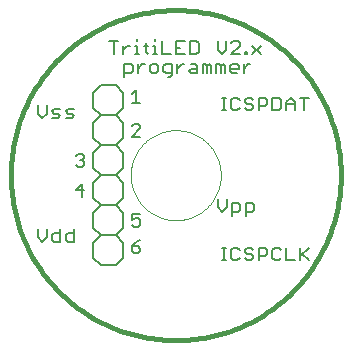
<source format=gto>
G75*
%MOIN*%
%OFA0B0*%
%FSLAX25Y25*%
%IPPOS*%
%LPD*%
%AMOC8*
5,1,8,0,0,1.08239X$1,22.5*
%
%ADD10C,0.01600*%
%ADD11C,0.00000*%
%ADD12C,0.00700*%
%ADD13C,0.00600*%
D10*
X0001800Y0056800D02*
X0001817Y0058150D01*
X0001866Y0059499D01*
X0001949Y0060846D01*
X0002065Y0062191D01*
X0002214Y0063533D01*
X0002395Y0064870D01*
X0002610Y0066203D01*
X0002857Y0067530D01*
X0003136Y0068851D01*
X0003448Y0070164D01*
X0003792Y0071469D01*
X0004168Y0072766D01*
X0004576Y0074052D01*
X0005015Y0075329D01*
X0005485Y0076594D01*
X0005987Y0077848D01*
X0006518Y0079088D01*
X0007081Y0080316D01*
X0007673Y0081529D01*
X0008294Y0082727D01*
X0008945Y0083909D01*
X0009625Y0085076D01*
X0010333Y0086225D01*
X0011069Y0087356D01*
X0011833Y0088469D01*
X0012624Y0089563D01*
X0013441Y0090638D01*
X0014284Y0091692D01*
X0015154Y0092725D01*
X0016048Y0093736D01*
X0016966Y0094725D01*
X0017909Y0095691D01*
X0018875Y0096634D01*
X0019864Y0097552D01*
X0020875Y0098446D01*
X0021908Y0099316D01*
X0022962Y0100159D01*
X0024037Y0100976D01*
X0025131Y0101767D01*
X0026244Y0102531D01*
X0027375Y0103267D01*
X0028524Y0103975D01*
X0029691Y0104655D01*
X0030873Y0105306D01*
X0032071Y0105927D01*
X0033284Y0106519D01*
X0034512Y0107082D01*
X0035752Y0107613D01*
X0037006Y0108115D01*
X0038271Y0108585D01*
X0039548Y0109024D01*
X0040834Y0109432D01*
X0042131Y0109808D01*
X0043436Y0110152D01*
X0044749Y0110464D01*
X0046070Y0110743D01*
X0047397Y0110990D01*
X0048730Y0111205D01*
X0050067Y0111386D01*
X0051409Y0111535D01*
X0052754Y0111651D01*
X0054101Y0111734D01*
X0055450Y0111783D01*
X0056800Y0111800D01*
X0058150Y0111783D01*
X0059499Y0111734D01*
X0060846Y0111651D01*
X0062191Y0111535D01*
X0063533Y0111386D01*
X0064870Y0111205D01*
X0066203Y0110990D01*
X0067530Y0110743D01*
X0068851Y0110464D01*
X0070164Y0110152D01*
X0071469Y0109808D01*
X0072766Y0109432D01*
X0074052Y0109024D01*
X0075329Y0108585D01*
X0076594Y0108115D01*
X0077848Y0107613D01*
X0079088Y0107082D01*
X0080316Y0106519D01*
X0081529Y0105927D01*
X0082727Y0105306D01*
X0083909Y0104655D01*
X0085076Y0103975D01*
X0086225Y0103267D01*
X0087356Y0102531D01*
X0088469Y0101767D01*
X0089563Y0100976D01*
X0090638Y0100159D01*
X0091692Y0099316D01*
X0092725Y0098446D01*
X0093736Y0097552D01*
X0094725Y0096634D01*
X0095691Y0095691D01*
X0096634Y0094725D01*
X0097552Y0093736D01*
X0098446Y0092725D01*
X0099316Y0091692D01*
X0100159Y0090638D01*
X0100976Y0089563D01*
X0101767Y0088469D01*
X0102531Y0087356D01*
X0103267Y0086225D01*
X0103975Y0085076D01*
X0104655Y0083909D01*
X0105306Y0082727D01*
X0105927Y0081529D01*
X0106519Y0080316D01*
X0107082Y0079088D01*
X0107613Y0077848D01*
X0108115Y0076594D01*
X0108585Y0075329D01*
X0109024Y0074052D01*
X0109432Y0072766D01*
X0109808Y0071469D01*
X0110152Y0070164D01*
X0110464Y0068851D01*
X0110743Y0067530D01*
X0110990Y0066203D01*
X0111205Y0064870D01*
X0111386Y0063533D01*
X0111535Y0062191D01*
X0111651Y0060846D01*
X0111734Y0059499D01*
X0111783Y0058150D01*
X0111800Y0056800D01*
X0111783Y0055450D01*
X0111734Y0054101D01*
X0111651Y0052754D01*
X0111535Y0051409D01*
X0111386Y0050067D01*
X0111205Y0048730D01*
X0110990Y0047397D01*
X0110743Y0046070D01*
X0110464Y0044749D01*
X0110152Y0043436D01*
X0109808Y0042131D01*
X0109432Y0040834D01*
X0109024Y0039548D01*
X0108585Y0038271D01*
X0108115Y0037006D01*
X0107613Y0035752D01*
X0107082Y0034512D01*
X0106519Y0033284D01*
X0105927Y0032071D01*
X0105306Y0030873D01*
X0104655Y0029691D01*
X0103975Y0028524D01*
X0103267Y0027375D01*
X0102531Y0026244D01*
X0101767Y0025131D01*
X0100976Y0024037D01*
X0100159Y0022962D01*
X0099316Y0021908D01*
X0098446Y0020875D01*
X0097552Y0019864D01*
X0096634Y0018875D01*
X0095691Y0017909D01*
X0094725Y0016966D01*
X0093736Y0016048D01*
X0092725Y0015154D01*
X0091692Y0014284D01*
X0090638Y0013441D01*
X0089563Y0012624D01*
X0088469Y0011833D01*
X0087356Y0011069D01*
X0086225Y0010333D01*
X0085076Y0009625D01*
X0083909Y0008945D01*
X0082727Y0008294D01*
X0081529Y0007673D01*
X0080316Y0007081D01*
X0079088Y0006518D01*
X0077848Y0005987D01*
X0076594Y0005485D01*
X0075329Y0005015D01*
X0074052Y0004576D01*
X0072766Y0004168D01*
X0071469Y0003792D01*
X0070164Y0003448D01*
X0068851Y0003136D01*
X0067530Y0002857D01*
X0066203Y0002610D01*
X0064870Y0002395D01*
X0063533Y0002214D01*
X0062191Y0002065D01*
X0060846Y0001949D01*
X0059499Y0001866D01*
X0058150Y0001817D01*
X0056800Y0001800D01*
X0055450Y0001817D01*
X0054101Y0001866D01*
X0052754Y0001949D01*
X0051409Y0002065D01*
X0050067Y0002214D01*
X0048730Y0002395D01*
X0047397Y0002610D01*
X0046070Y0002857D01*
X0044749Y0003136D01*
X0043436Y0003448D01*
X0042131Y0003792D01*
X0040834Y0004168D01*
X0039548Y0004576D01*
X0038271Y0005015D01*
X0037006Y0005485D01*
X0035752Y0005987D01*
X0034512Y0006518D01*
X0033284Y0007081D01*
X0032071Y0007673D01*
X0030873Y0008294D01*
X0029691Y0008945D01*
X0028524Y0009625D01*
X0027375Y0010333D01*
X0026244Y0011069D01*
X0025131Y0011833D01*
X0024037Y0012624D01*
X0022962Y0013441D01*
X0021908Y0014284D01*
X0020875Y0015154D01*
X0019864Y0016048D01*
X0018875Y0016966D01*
X0017909Y0017909D01*
X0016966Y0018875D01*
X0016048Y0019864D01*
X0015154Y0020875D01*
X0014284Y0021908D01*
X0013441Y0022962D01*
X0012624Y0024037D01*
X0011833Y0025131D01*
X0011069Y0026244D01*
X0010333Y0027375D01*
X0009625Y0028524D01*
X0008945Y0029691D01*
X0008294Y0030873D01*
X0007673Y0032071D01*
X0007081Y0033284D01*
X0006518Y0034512D01*
X0005987Y0035752D01*
X0005485Y0037006D01*
X0005015Y0038271D01*
X0004576Y0039548D01*
X0004168Y0040834D01*
X0003792Y0042131D01*
X0003448Y0043436D01*
X0003136Y0044749D01*
X0002857Y0046070D01*
X0002610Y0047397D01*
X0002395Y0048730D01*
X0002214Y0050067D01*
X0002065Y0051409D01*
X0001949Y0052754D01*
X0001866Y0054101D01*
X0001817Y0055450D01*
X0001800Y0056800D01*
D11*
X0041800Y0056800D02*
X0041805Y0057168D01*
X0041818Y0057536D01*
X0041841Y0057903D01*
X0041872Y0058270D01*
X0041913Y0058636D01*
X0041962Y0059001D01*
X0042021Y0059364D01*
X0042088Y0059726D01*
X0042164Y0060087D01*
X0042250Y0060445D01*
X0042343Y0060801D01*
X0042446Y0061154D01*
X0042557Y0061505D01*
X0042677Y0061853D01*
X0042805Y0062198D01*
X0042942Y0062540D01*
X0043087Y0062879D01*
X0043240Y0063213D01*
X0043402Y0063544D01*
X0043571Y0063871D01*
X0043749Y0064193D01*
X0043934Y0064512D01*
X0044127Y0064825D01*
X0044328Y0065134D01*
X0044536Y0065437D01*
X0044752Y0065735D01*
X0044975Y0066028D01*
X0045205Y0066316D01*
X0045442Y0066598D01*
X0045686Y0066873D01*
X0045936Y0067143D01*
X0046193Y0067407D01*
X0046457Y0067664D01*
X0046727Y0067914D01*
X0047002Y0068158D01*
X0047284Y0068395D01*
X0047572Y0068625D01*
X0047865Y0068848D01*
X0048163Y0069064D01*
X0048466Y0069272D01*
X0048775Y0069473D01*
X0049088Y0069666D01*
X0049407Y0069851D01*
X0049729Y0070029D01*
X0050056Y0070198D01*
X0050387Y0070360D01*
X0050721Y0070513D01*
X0051060Y0070658D01*
X0051402Y0070795D01*
X0051747Y0070923D01*
X0052095Y0071043D01*
X0052446Y0071154D01*
X0052799Y0071257D01*
X0053155Y0071350D01*
X0053513Y0071436D01*
X0053874Y0071512D01*
X0054236Y0071579D01*
X0054599Y0071638D01*
X0054964Y0071687D01*
X0055330Y0071728D01*
X0055697Y0071759D01*
X0056064Y0071782D01*
X0056432Y0071795D01*
X0056800Y0071800D01*
X0057168Y0071795D01*
X0057536Y0071782D01*
X0057903Y0071759D01*
X0058270Y0071728D01*
X0058636Y0071687D01*
X0059001Y0071638D01*
X0059364Y0071579D01*
X0059726Y0071512D01*
X0060087Y0071436D01*
X0060445Y0071350D01*
X0060801Y0071257D01*
X0061154Y0071154D01*
X0061505Y0071043D01*
X0061853Y0070923D01*
X0062198Y0070795D01*
X0062540Y0070658D01*
X0062879Y0070513D01*
X0063213Y0070360D01*
X0063544Y0070198D01*
X0063871Y0070029D01*
X0064193Y0069851D01*
X0064512Y0069666D01*
X0064825Y0069473D01*
X0065134Y0069272D01*
X0065437Y0069064D01*
X0065735Y0068848D01*
X0066028Y0068625D01*
X0066316Y0068395D01*
X0066598Y0068158D01*
X0066873Y0067914D01*
X0067143Y0067664D01*
X0067407Y0067407D01*
X0067664Y0067143D01*
X0067914Y0066873D01*
X0068158Y0066598D01*
X0068395Y0066316D01*
X0068625Y0066028D01*
X0068848Y0065735D01*
X0069064Y0065437D01*
X0069272Y0065134D01*
X0069473Y0064825D01*
X0069666Y0064512D01*
X0069851Y0064193D01*
X0070029Y0063871D01*
X0070198Y0063544D01*
X0070360Y0063213D01*
X0070513Y0062879D01*
X0070658Y0062540D01*
X0070795Y0062198D01*
X0070923Y0061853D01*
X0071043Y0061505D01*
X0071154Y0061154D01*
X0071257Y0060801D01*
X0071350Y0060445D01*
X0071436Y0060087D01*
X0071512Y0059726D01*
X0071579Y0059364D01*
X0071638Y0059001D01*
X0071687Y0058636D01*
X0071728Y0058270D01*
X0071759Y0057903D01*
X0071782Y0057536D01*
X0071795Y0057168D01*
X0071800Y0056800D01*
X0071795Y0056432D01*
X0071782Y0056064D01*
X0071759Y0055697D01*
X0071728Y0055330D01*
X0071687Y0054964D01*
X0071638Y0054599D01*
X0071579Y0054236D01*
X0071512Y0053874D01*
X0071436Y0053513D01*
X0071350Y0053155D01*
X0071257Y0052799D01*
X0071154Y0052446D01*
X0071043Y0052095D01*
X0070923Y0051747D01*
X0070795Y0051402D01*
X0070658Y0051060D01*
X0070513Y0050721D01*
X0070360Y0050387D01*
X0070198Y0050056D01*
X0070029Y0049729D01*
X0069851Y0049407D01*
X0069666Y0049088D01*
X0069473Y0048775D01*
X0069272Y0048466D01*
X0069064Y0048163D01*
X0068848Y0047865D01*
X0068625Y0047572D01*
X0068395Y0047284D01*
X0068158Y0047002D01*
X0067914Y0046727D01*
X0067664Y0046457D01*
X0067407Y0046193D01*
X0067143Y0045936D01*
X0066873Y0045686D01*
X0066598Y0045442D01*
X0066316Y0045205D01*
X0066028Y0044975D01*
X0065735Y0044752D01*
X0065437Y0044536D01*
X0065134Y0044328D01*
X0064825Y0044127D01*
X0064512Y0043934D01*
X0064193Y0043749D01*
X0063871Y0043571D01*
X0063544Y0043402D01*
X0063213Y0043240D01*
X0062879Y0043087D01*
X0062540Y0042942D01*
X0062198Y0042805D01*
X0061853Y0042677D01*
X0061505Y0042557D01*
X0061154Y0042446D01*
X0060801Y0042343D01*
X0060445Y0042250D01*
X0060087Y0042164D01*
X0059726Y0042088D01*
X0059364Y0042021D01*
X0059001Y0041962D01*
X0058636Y0041913D01*
X0058270Y0041872D01*
X0057903Y0041841D01*
X0057536Y0041818D01*
X0057168Y0041805D01*
X0056800Y0041800D01*
X0056432Y0041805D01*
X0056064Y0041818D01*
X0055697Y0041841D01*
X0055330Y0041872D01*
X0054964Y0041913D01*
X0054599Y0041962D01*
X0054236Y0042021D01*
X0053874Y0042088D01*
X0053513Y0042164D01*
X0053155Y0042250D01*
X0052799Y0042343D01*
X0052446Y0042446D01*
X0052095Y0042557D01*
X0051747Y0042677D01*
X0051402Y0042805D01*
X0051060Y0042942D01*
X0050721Y0043087D01*
X0050387Y0043240D01*
X0050056Y0043402D01*
X0049729Y0043571D01*
X0049407Y0043749D01*
X0049088Y0043934D01*
X0048775Y0044127D01*
X0048466Y0044328D01*
X0048163Y0044536D01*
X0047865Y0044752D01*
X0047572Y0044975D01*
X0047284Y0045205D01*
X0047002Y0045442D01*
X0046727Y0045686D01*
X0046457Y0045936D01*
X0046193Y0046193D01*
X0045936Y0046457D01*
X0045686Y0046727D01*
X0045442Y0047002D01*
X0045205Y0047284D01*
X0044975Y0047572D01*
X0044752Y0047865D01*
X0044536Y0048163D01*
X0044328Y0048466D01*
X0044127Y0048775D01*
X0043934Y0049088D01*
X0043749Y0049407D01*
X0043571Y0049729D01*
X0043402Y0050056D01*
X0043240Y0050387D01*
X0043087Y0050721D01*
X0042942Y0051060D01*
X0042805Y0051402D01*
X0042677Y0051747D01*
X0042557Y0052095D01*
X0042446Y0052446D01*
X0042343Y0052799D01*
X0042250Y0053155D01*
X0042164Y0053513D01*
X0042088Y0053874D01*
X0042021Y0054236D01*
X0041962Y0054599D01*
X0041913Y0054964D01*
X0041872Y0055330D01*
X0041841Y0055697D01*
X0041818Y0056064D01*
X0041805Y0056432D01*
X0041800Y0056800D01*
D12*
X0042150Y0069650D02*
X0045019Y0072519D01*
X0045019Y0073236D01*
X0044302Y0073954D01*
X0042867Y0073954D01*
X0042150Y0073236D01*
X0042150Y0069650D02*
X0045019Y0069650D01*
X0045019Y0080900D02*
X0042150Y0080900D01*
X0043585Y0080900D02*
X0043585Y0085204D01*
X0042150Y0083769D01*
X0039650Y0089465D02*
X0039650Y0093769D01*
X0041802Y0093769D01*
X0042519Y0093052D01*
X0042519Y0091617D01*
X0041802Y0090900D01*
X0039650Y0090900D01*
X0044254Y0090900D02*
X0044254Y0093769D01*
X0044254Y0092335D02*
X0045688Y0093769D01*
X0046406Y0093769D01*
X0048091Y0093052D02*
X0048091Y0091617D01*
X0048808Y0090900D01*
X0050242Y0090900D01*
X0050960Y0091617D01*
X0050960Y0093052D01*
X0050242Y0093769D01*
X0048808Y0093769D01*
X0048091Y0093052D01*
X0047594Y0097150D02*
X0046877Y0097867D01*
X0046877Y0100736D01*
X0046160Y0100019D02*
X0047594Y0100019D01*
X0049229Y0100019D02*
X0049946Y0100019D01*
X0049946Y0097150D01*
X0049229Y0097150D02*
X0050664Y0097150D01*
X0052298Y0097150D02*
X0055167Y0097150D01*
X0056902Y0097150D02*
X0059771Y0097150D01*
X0061506Y0097150D02*
X0063658Y0097150D01*
X0064375Y0097867D01*
X0064375Y0100736D01*
X0063658Y0101454D01*
X0061506Y0101454D01*
X0061506Y0097150D01*
X0061852Y0093769D02*
X0063287Y0093769D01*
X0064004Y0093052D01*
X0064004Y0090900D01*
X0061852Y0090900D01*
X0061135Y0091617D01*
X0061852Y0092335D01*
X0064004Y0092335D01*
X0065739Y0093769D02*
X0065739Y0090900D01*
X0067173Y0090900D02*
X0067173Y0093052D01*
X0067891Y0093769D01*
X0068608Y0093052D01*
X0068608Y0090900D01*
X0070343Y0090900D02*
X0070343Y0093769D01*
X0071060Y0093769D01*
X0071777Y0093052D01*
X0072495Y0093769D01*
X0073212Y0093052D01*
X0073212Y0090900D01*
X0074947Y0091617D02*
X0074947Y0093052D01*
X0075664Y0093769D01*
X0077099Y0093769D01*
X0077816Y0093052D01*
X0077816Y0092335D01*
X0074947Y0092335D01*
X0074947Y0091617D02*
X0075664Y0090900D01*
X0077099Y0090900D01*
X0079551Y0090900D02*
X0079551Y0093769D01*
X0079551Y0092335D02*
X0080985Y0093769D01*
X0081703Y0093769D01*
X0082224Y0097150D02*
X0085093Y0100019D01*
X0082224Y0100019D02*
X0085093Y0097150D01*
X0080639Y0097150D02*
X0079922Y0097150D01*
X0079922Y0097867D01*
X0080639Y0097867D01*
X0080639Y0097150D01*
X0078187Y0097150D02*
X0075318Y0097150D01*
X0078187Y0100019D01*
X0078187Y0100736D01*
X0077470Y0101454D01*
X0076035Y0101454D01*
X0075318Y0100736D01*
X0073583Y0101454D02*
X0073583Y0098585D01*
X0072149Y0097150D01*
X0070714Y0098585D01*
X0070714Y0101454D01*
X0066456Y0093769D02*
X0065739Y0093769D01*
X0066456Y0093769D02*
X0067173Y0093052D01*
X0071777Y0093052D02*
X0071777Y0090900D01*
X0072150Y0082704D02*
X0073585Y0082704D01*
X0072867Y0082704D02*
X0072867Y0078400D01*
X0072150Y0078400D02*
X0073585Y0078400D01*
X0075219Y0079117D02*
X0075937Y0078400D01*
X0077371Y0078400D01*
X0078088Y0079117D01*
X0079823Y0079117D02*
X0080540Y0078400D01*
X0081975Y0078400D01*
X0082692Y0079117D01*
X0082692Y0079835D01*
X0081975Y0080552D01*
X0080540Y0080552D01*
X0079823Y0081269D01*
X0079823Y0081986D01*
X0080540Y0082704D01*
X0081975Y0082704D01*
X0082692Y0081986D01*
X0084427Y0082704D02*
X0086579Y0082704D01*
X0087296Y0081986D01*
X0087296Y0080552D01*
X0086579Y0079835D01*
X0084427Y0079835D01*
X0084427Y0078400D02*
X0084427Y0082704D01*
X0089031Y0082704D02*
X0089031Y0078400D01*
X0091183Y0078400D01*
X0091900Y0079117D01*
X0091900Y0081986D01*
X0091183Y0082704D01*
X0089031Y0082704D01*
X0093635Y0081269D02*
X0093635Y0078400D01*
X0093635Y0080552D02*
X0096504Y0080552D01*
X0096504Y0081269D02*
X0096504Y0078400D01*
X0096504Y0081269D02*
X0095070Y0082704D01*
X0093635Y0081269D01*
X0098239Y0082704D02*
X0101108Y0082704D01*
X0099673Y0082704D02*
X0099673Y0078400D01*
X0078088Y0081986D02*
X0077371Y0082704D01*
X0075937Y0082704D01*
X0075219Y0081986D01*
X0075219Y0079117D01*
X0059450Y0093769D02*
X0058733Y0093769D01*
X0057298Y0092335D01*
X0057298Y0093769D02*
X0057298Y0090900D01*
X0055564Y0090900D02*
X0053412Y0090900D01*
X0052694Y0091617D01*
X0052694Y0093052D01*
X0053412Y0093769D01*
X0055564Y0093769D01*
X0055564Y0090183D01*
X0054846Y0089465D01*
X0054129Y0089465D01*
X0052298Y0097150D02*
X0052298Y0101454D01*
X0049946Y0101454D02*
X0049946Y0102171D01*
X0044525Y0097150D02*
X0043091Y0097150D01*
X0043808Y0097150D02*
X0043808Y0100019D01*
X0043091Y0100019D01*
X0043808Y0101454D02*
X0043808Y0102171D01*
X0041406Y0100019D02*
X0040688Y0100019D01*
X0039254Y0098585D01*
X0039254Y0100019D02*
X0039254Y0097150D01*
X0036085Y0097150D02*
X0036085Y0101454D01*
X0037519Y0101454D02*
X0034650Y0101454D01*
X0013769Y0080204D02*
X0013769Y0077335D01*
X0012335Y0075900D01*
X0010900Y0077335D01*
X0010900Y0080204D01*
X0015504Y0078052D02*
X0016221Y0078769D01*
X0018373Y0078769D01*
X0017656Y0077335D02*
X0016221Y0077335D01*
X0015504Y0078052D01*
X0015504Y0075900D02*
X0017656Y0075900D01*
X0018373Y0076617D01*
X0017656Y0077335D01*
X0020108Y0078052D02*
X0020825Y0078769D01*
X0022977Y0078769D01*
X0022260Y0077335D02*
X0020825Y0077335D01*
X0020108Y0078052D01*
X0020108Y0075900D02*
X0022260Y0075900D01*
X0022977Y0076617D01*
X0022260Y0077335D01*
X0024117Y0063954D02*
X0025552Y0063954D01*
X0026269Y0063236D01*
X0026269Y0062519D01*
X0025552Y0061802D01*
X0026269Y0061085D01*
X0026269Y0060367D01*
X0025552Y0059650D01*
X0024117Y0059650D01*
X0023400Y0060367D01*
X0024835Y0061802D02*
X0025552Y0061802D01*
X0023400Y0063236D02*
X0024117Y0063954D01*
X0025552Y0053954D02*
X0023400Y0051802D01*
X0026269Y0051802D01*
X0025552Y0049650D02*
X0025552Y0053954D01*
X0022977Y0038954D02*
X0022977Y0034650D01*
X0020825Y0034650D01*
X0020108Y0035367D01*
X0020108Y0036802D01*
X0020825Y0037519D01*
X0022977Y0037519D01*
X0018373Y0037519D02*
X0016221Y0037519D01*
X0015504Y0036802D01*
X0015504Y0035367D01*
X0016221Y0034650D01*
X0018373Y0034650D01*
X0018373Y0038954D01*
X0013769Y0038954D02*
X0013769Y0036085D01*
X0012335Y0034650D01*
X0010900Y0036085D01*
X0010900Y0038954D01*
X0042150Y0040367D02*
X0042867Y0039650D01*
X0044302Y0039650D01*
X0045019Y0040367D01*
X0045019Y0041802D01*
X0044302Y0042519D01*
X0043585Y0042519D01*
X0042150Y0041802D01*
X0042150Y0043954D01*
X0045019Y0043954D01*
X0045019Y0035204D02*
X0043585Y0034486D01*
X0042150Y0033052D01*
X0044302Y0033052D01*
X0045019Y0032335D01*
X0045019Y0031617D01*
X0044302Y0030900D01*
X0042867Y0030900D01*
X0042150Y0031617D01*
X0042150Y0033052D01*
X0070900Y0046085D02*
X0072335Y0044650D01*
X0073769Y0046085D01*
X0073769Y0048954D01*
X0075504Y0047519D02*
X0077656Y0047519D01*
X0078373Y0046802D01*
X0078373Y0045367D01*
X0077656Y0044650D01*
X0075504Y0044650D01*
X0075504Y0043215D02*
X0075504Y0047519D01*
X0080108Y0047519D02*
X0080108Y0043215D01*
X0080108Y0044650D02*
X0082260Y0044650D01*
X0082977Y0045367D01*
X0082977Y0046802D01*
X0082260Y0047519D01*
X0080108Y0047519D01*
X0070900Y0046085D02*
X0070900Y0048954D01*
X0072150Y0032704D02*
X0073585Y0032704D01*
X0072867Y0032704D02*
X0072867Y0028400D01*
X0072150Y0028400D02*
X0073585Y0028400D01*
X0075219Y0029117D02*
X0075937Y0028400D01*
X0077371Y0028400D01*
X0078088Y0029117D01*
X0079823Y0029117D02*
X0080540Y0028400D01*
X0081975Y0028400D01*
X0082692Y0029117D01*
X0082692Y0029835D01*
X0081975Y0030552D01*
X0080540Y0030552D01*
X0079823Y0031269D01*
X0079823Y0031986D01*
X0080540Y0032704D01*
X0081975Y0032704D01*
X0082692Y0031986D01*
X0084427Y0032704D02*
X0086579Y0032704D01*
X0087296Y0031986D01*
X0087296Y0030552D01*
X0086579Y0029835D01*
X0084427Y0029835D01*
X0084427Y0028400D02*
X0084427Y0032704D01*
X0089031Y0031986D02*
X0089031Y0029117D01*
X0089748Y0028400D01*
X0091183Y0028400D01*
X0091900Y0029117D01*
X0093635Y0028400D02*
X0096504Y0028400D01*
X0098239Y0028400D02*
X0098239Y0032704D01*
X0098956Y0030552D02*
X0101108Y0028400D01*
X0098239Y0029835D02*
X0101108Y0032704D01*
X0093635Y0032704D02*
X0093635Y0028400D01*
X0091900Y0031986D02*
X0091183Y0032704D01*
X0089748Y0032704D01*
X0089031Y0031986D01*
X0078088Y0031986D02*
X0077371Y0032704D01*
X0075937Y0032704D01*
X0075219Y0031986D01*
X0075219Y0029117D01*
X0056902Y0097150D02*
X0056902Y0101454D01*
X0059771Y0101454D01*
X0058337Y0099302D02*
X0056902Y0099302D01*
D13*
X0029300Y0034300D02*
X0029300Y0029300D01*
X0031800Y0026800D01*
X0036800Y0026800D01*
X0039300Y0029300D01*
X0039300Y0034300D01*
X0036800Y0036800D01*
X0031800Y0036800D01*
X0029300Y0034300D01*
X0031800Y0036800D02*
X0029300Y0039300D01*
X0029300Y0044300D01*
X0031800Y0046800D01*
X0029300Y0049300D01*
X0029300Y0054300D01*
X0031800Y0056800D01*
X0029300Y0059300D01*
X0029300Y0064300D01*
X0031800Y0066800D01*
X0029300Y0069300D01*
X0029300Y0074300D01*
X0031800Y0076800D01*
X0029300Y0079300D01*
X0029300Y0084300D01*
X0031800Y0086800D01*
X0036800Y0086800D01*
X0039300Y0084300D01*
X0039300Y0079300D01*
X0036800Y0076800D01*
X0039300Y0074300D01*
X0039300Y0069300D01*
X0036800Y0066800D01*
X0031800Y0066800D01*
X0036800Y0066800D02*
X0039300Y0064300D01*
X0039300Y0059300D01*
X0036800Y0056800D01*
X0039300Y0054300D01*
X0039300Y0049300D01*
X0036800Y0046800D01*
X0039300Y0044300D01*
X0039300Y0039300D01*
X0036800Y0036800D01*
X0036800Y0046800D02*
X0031800Y0046800D01*
X0031800Y0056800D02*
X0036800Y0056800D01*
X0036800Y0076800D02*
X0031800Y0076800D01*
M02*

</source>
